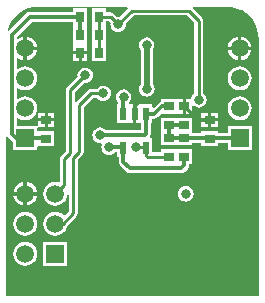
<source format=gbl>
G04*
G04 #@! TF.GenerationSoftware,Altium Limited,Altium Designer,21.0.8 (223)*
G04*
G04 Layer_Physical_Order=2*
G04 Layer_Color=16711680*
%FSLAX25Y25*%
%MOIN*%
G70*
G04*
G04 #@! TF.SameCoordinates,D91FEFE4-16E7-4BF4-AD38-342E90C75360*
G04*
G04*
G04 #@! TF.FilePolarity,Positive*
G04*
G01*
G75*
%ADD11C,0.00984*%
%ADD12C,0.01000*%
%ADD16C,0.01181*%
%ADD21R,0.03543X0.02756*%
%ADD22R,0.02756X0.03543*%
%ADD34C,0.01968*%
%ADD36C,0.05906*%
%ADD37R,0.05906X0.05906*%
%ADD38C,0.03150*%
%ADD39R,0.02362X0.04331*%
G36*
X11811Y-1220D02*
X41421D01*
X41628Y-1720D01*
X38894Y-4455D01*
X38500Y-4403D01*
X38106Y-4455D01*
X37076Y-3424D01*
X36582Y-3094D01*
X36000Y-2979D01*
X34488D01*
Y-1728D01*
X29732D01*
Y-7272D01*
X29732D01*
Y-7728D01*
X29732D01*
Y-13272D01*
X29732D01*
X29732Y-13728D01*
X29732D01*
Y-19272D01*
X34488D01*
Y-13728D01*
X34488D01*
X34488Y-13272D01*
X34488D01*
Y-7728D01*
X34488D01*
Y-7272D01*
X34488D01*
Y-6021D01*
X35370D01*
X35955Y-6606D01*
X35903Y-7000D01*
X35991Y-7672D01*
X36251Y-8298D01*
X36664Y-8836D01*
X37201Y-9249D01*
X37828Y-9509D01*
X38500Y-9597D01*
X39172Y-9509D01*
X39799Y-9249D01*
X40336Y-8836D01*
X40749Y-8298D01*
X41008Y-7672D01*
X41097Y-7000D01*
X41045Y-6606D01*
X43630Y-4021D01*
X61370D01*
X63884Y-6536D01*
Y-30079D01*
X63569Y-30321D01*
X63156Y-30859D01*
X62897Y-31485D01*
X62828Y-32012D01*
X61000D01*
Y-34390D01*
Y-36768D01*
X63272D01*
Y-34396D01*
X63772Y-34149D01*
X64107Y-34407D01*
X64733Y-34666D01*
X65405Y-34754D01*
X66078Y-34666D01*
X66704Y-34407D01*
X67242Y-33994D01*
X67655Y-33456D01*
X67914Y-32830D01*
X68002Y-32157D01*
X67914Y-31485D01*
X67655Y-30859D01*
X67242Y-30321D01*
X66927Y-30079D01*
Y-5906D01*
X66927Y-5906D01*
X66811Y-5323D01*
X66481Y-4830D01*
X63372Y-1720D01*
X63579Y-1220D01*
X74605D01*
X74803Y-1260D01*
Y-1260D01*
X74809Y-1254D01*
X76461Y-1384D01*
X78078Y-1772D01*
X79614Y-2409D01*
X81032Y-3277D01*
X82296Y-4357D01*
X83376Y-5622D01*
X84245Y-7040D01*
X84881Y-8576D01*
X85269Y-10193D01*
X85398Y-11828D01*
X85394Y-11850D01*
Y-97500D01*
X1220D01*
Y-44599D01*
X1720Y-44448D01*
X1853Y-44647D01*
X3353Y-46147D01*
X3547Y-46276D01*
Y-48953D01*
X11453D01*
Y-47874D01*
X11728Y-47488D01*
X17272D01*
Y-42732D01*
X11728D01*
X11453Y-42346D01*
Y-41654D01*
X11728Y-41268D01*
X11910Y-41268D01*
X14000D01*
Y-39390D01*
X11728D01*
Y-40661D01*
X11453Y-41047D01*
X11271Y-41047D01*
X4622D01*
Y-38404D01*
X5122Y-38157D01*
X5507Y-38453D01*
X6468Y-38851D01*
X7500Y-38987D01*
X8532Y-38851D01*
X9493Y-38453D01*
X10319Y-37819D01*
X10953Y-36993D01*
X11351Y-36032D01*
X11487Y-35000D01*
X11351Y-33968D01*
X10953Y-33007D01*
X10319Y-32181D01*
X9493Y-31547D01*
X8532Y-31149D01*
X7500Y-31013D01*
X6468Y-31149D01*
X5507Y-31547D01*
X5122Y-31843D01*
X4622Y-31596D01*
Y-28404D01*
X5122Y-28157D01*
X5507Y-28453D01*
X6468Y-28851D01*
X7500Y-28987D01*
X8532Y-28851D01*
X9493Y-28453D01*
X10319Y-27819D01*
X10953Y-26993D01*
X11351Y-26032D01*
X11487Y-25000D01*
X11351Y-23968D01*
X10953Y-23007D01*
X10319Y-22181D01*
X9493Y-21547D01*
X8532Y-21149D01*
X7500Y-21013D01*
X6468Y-21149D01*
X5507Y-21547D01*
X5122Y-21843D01*
X4622Y-21596D01*
Y-18404D01*
X5122Y-18157D01*
X5507Y-18453D01*
X6468Y-18851D01*
X6909Y-18909D01*
Y-15000D01*
X7500D01*
D01*
X6909D01*
Y-11091D01*
X6468Y-11149D01*
X5507Y-11547D01*
X5122Y-11843D01*
X4705Y-11637D01*
X4658Y-11135D01*
X9672Y-6122D01*
X23512D01*
Y-7272D01*
X23512D01*
Y-7728D01*
X23512D01*
Y-13228D01*
X23512Y-13272D01*
X23512Y-13728D01*
X23512Y-13772D01*
Y-16000D01*
X28268D01*
Y-13772D01*
X28268Y-13728D01*
X28268Y-13272D01*
X28268Y-13228D01*
Y-7728D01*
X28268D01*
Y-7272D01*
X28268D01*
Y-1728D01*
X23512D01*
Y-2878D01*
X9000D01*
X8379Y-3002D01*
X7853Y-3353D01*
X2113Y-9093D01*
X1660Y-8839D01*
X1733Y-8536D01*
X2369Y-7000D01*
X3238Y-5582D01*
X4318Y-4318D01*
X5582Y-3238D01*
X7000Y-2369D01*
X8536Y-1733D01*
X10153Y-1345D01*
X11789Y-1216D01*
X11811Y-1220D01*
D02*
G37*
%LPC*%
G36*
X79590Y-11091D02*
Y-14410D01*
X82909D01*
X82851Y-13968D01*
X82453Y-13007D01*
X81819Y-12181D01*
X80993Y-11547D01*
X80032Y-11149D01*
X79590Y-11091D01*
D02*
G37*
G36*
X8091D02*
Y-14410D01*
X11409D01*
X11351Y-13968D01*
X10953Y-13007D01*
X10319Y-12181D01*
X9493Y-11547D01*
X8532Y-11149D01*
X8091Y-11091D01*
D02*
G37*
G36*
X78409D02*
X77968Y-11149D01*
X77007Y-11547D01*
X76181Y-12181D01*
X75547Y-13007D01*
X75149Y-13968D01*
X75091Y-14410D01*
X78409D01*
Y-11091D01*
D02*
G37*
G36*
X82909Y-15590D02*
X79590D01*
Y-18909D01*
X80032Y-18851D01*
X80993Y-18453D01*
X81819Y-17819D01*
X82453Y-16993D01*
X82851Y-16032D01*
X82909Y-15590D01*
D02*
G37*
G36*
X11409D02*
X8091D01*
Y-18909D01*
X8532Y-18851D01*
X9493Y-18453D01*
X10319Y-17819D01*
X10953Y-16993D01*
X11351Y-16032D01*
X11409Y-15590D01*
D02*
G37*
G36*
X78409D02*
X75091D01*
X75149Y-16032D01*
X75547Y-16993D01*
X76181Y-17819D01*
X77007Y-18453D01*
X77968Y-18851D01*
X78409Y-18909D01*
Y-15590D01*
D02*
G37*
G36*
X28268Y-17000D02*
X26390D01*
Y-19272D01*
X28268D01*
Y-17000D01*
D02*
G37*
G36*
X25390D02*
X23512D01*
Y-19272D01*
X25390D01*
Y-17000D01*
D02*
G37*
G36*
X27531Y-21434D02*
X26859Y-21523D01*
X26233Y-21782D01*
X25695Y-22195D01*
X25282Y-22733D01*
X25023Y-23359D01*
X24935Y-24032D01*
X24985Y-24415D01*
X21419Y-27982D01*
X21087Y-28478D01*
X20971Y-29063D01*
Y-49367D01*
X19419Y-50919D01*
X19087Y-51415D01*
X18971Y-52000D01*
Y-59381D01*
X18660Y-59588D01*
X18471Y-59641D01*
X17500Y-59513D01*
X16468Y-59649D01*
X15507Y-60047D01*
X14681Y-60681D01*
X14047Y-61507D01*
X13649Y-62468D01*
X13513Y-63500D01*
X13649Y-64532D01*
X14047Y-65493D01*
X14681Y-66319D01*
X15507Y-66953D01*
X16468Y-67351D01*
X17500Y-67487D01*
X18532Y-67351D01*
X19493Y-66953D01*
X20319Y-66319D01*
X20953Y-65493D01*
X21351Y-64532D01*
X21426Y-63964D01*
X21692Y-63836D01*
X21949Y-63818D01*
X21971Y-63845D01*
Y-69367D01*
X20636Y-70702D01*
X20319Y-70681D01*
X19493Y-70047D01*
X18532Y-69649D01*
X17500Y-69513D01*
X16468Y-69649D01*
X15507Y-70047D01*
X14681Y-70681D01*
X14047Y-71507D01*
X13649Y-72468D01*
X13513Y-73500D01*
X13649Y-74532D01*
X14047Y-75493D01*
X14681Y-76319D01*
X15507Y-76953D01*
X16468Y-77351D01*
X17500Y-77487D01*
X18532Y-77351D01*
X19493Y-76953D01*
X20319Y-76319D01*
X20953Y-75493D01*
X21351Y-74532D01*
X21384Y-74278D01*
X24581Y-71081D01*
X24913Y-70585D01*
X25029Y-70000D01*
Y-52134D01*
X26581Y-50581D01*
X26913Y-50085D01*
X27029Y-49500D01*
Y-34633D01*
X30102Y-31561D01*
X31460D01*
X31695Y-31868D01*
X32233Y-32281D01*
X32859Y-32540D01*
X33531Y-32629D01*
X34204Y-32540D01*
X34830Y-32281D01*
X35368Y-31868D01*
X35781Y-31330D01*
X36040Y-30704D01*
X36129Y-30031D01*
X36040Y-29359D01*
X35781Y-28733D01*
X35368Y-28195D01*
X34830Y-27782D01*
X34204Y-27523D01*
X33531Y-27435D01*
X32859Y-27523D01*
X32233Y-27782D01*
X31695Y-28195D01*
X31460Y-28502D01*
X29469D01*
X28883Y-28618D01*
X28387Y-28950D01*
X24529Y-32808D01*
X24092Y-32671D01*
X24029Y-32623D01*
Y-29697D01*
X27148Y-26578D01*
X27531Y-26629D01*
X28204Y-26540D01*
X28830Y-26281D01*
X29368Y-25868D01*
X29781Y-25330D01*
X30040Y-24704D01*
X30128Y-24032D01*
X30040Y-23359D01*
X29781Y-22733D01*
X29368Y-22195D01*
X28830Y-21782D01*
X28204Y-21523D01*
X27531Y-21434D01*
D02*
G37*
G36*
X79000Y-21013D02*
X77968Y-21149D01*
X77007Y-21547D01*
X76181Y-22181D01*
X75547Y-23007D01*
X75149Y-23968D01*
X75013Y-25000D01*
X75149Y-26032D01*
X75547Y-26993D01*
X76181Y-27819D01*
X77007Y-28453D01*
X77968Y-28851D01*
X79000Y-28987D01*
X80032Y-28851D01*
X80993Y-28453D01*
X81819Y-27819D01*
X82453Y-26993D01*
X82851Y-26032D01*
X82987Y-25000D01*
X82851Y-23968D01*
X82453Y-23007D01*
X81819Y-22181D01*
X80993Y-21547D01*
X80032Y-21149D01*
X79000Y-21013D01*
D02*
G37*
G36*
X48000Y-11403D02*
X47328Y-11491D01*
X46701Y-11751D01*
X46164Y-12164D01*
X45751Y-12701D01*
X45491Y-13328D01*
X45403Y-14000D01*
X45491Y-14672D01*
X45751Y-15299D01*
X45977Y-15593D01*
Y-26948D01*
X45782Y-27202D01*
X45523Y-27828D01*
X45434Y-28500D01*
X45523Y-29172D01*
X45782Y-29798D01*
X46195Y-30336D01*
X46733Y-30749D01*
X47359Y-31008D01*
X48031Y-31097D01*
X48704Y-31008D01*
X49330Y-30749D01*
X49868Y-30336D01*
X50281Y-29798D01*
X50540Y-29172D01*
X50629Y-28500D01*
X50540Y-27828D01*
X50281Y-27202D01*
X50023Y-26866D01*
Y-15593D01*
X50249Y-15299D01*
X50508Y-14672D01*
X50597Y-14000D01*
X50508Y-13328D01*
X50249Y-12701D01*
X49836Y-12164D01*
X49299Y-11751D01*
X48672Y-11491D01*
X48000Y-11403D01*
D02*
G37*
G36*
X60000Y-32012D02*
X52728D01*
Y-32844D01*
X52490Y-32891D01*
X51964Y-33243D01*
X50421Y-34785D01*
X49921Y-34578D01*
Y-33724D01*
X44500D01*
Y-36890D01*
Y-40055D01*
X46118D01*
Y-42378D01*
X34501D01*
X34336Y-42164D01*
X33799Y-41751D01*
X33172Y-41491D01*
X32500Y-41403D01*
X31828Y-41491D01*
X31201Y-41751D01*
X30664Y-42164D01*
X30251Y-42702D01*
X29991Y-43328D01*
X29903Y-44000D01*
X29991Y-44672D01*
X30251Y-45298D01*
X30664Y-45836D01*
X31201Y-46249D01*
X31828Y-46508D01*
X32500Y-46597D01*
X32768Y-46562D01*
X33119Y-47020D01*
X32991Y-47328D01*
X32903Y-48000D01*
X32991Y-48672D01*
X33251Y-49299D01*
X33664Y-49836D01*
X34201Y-50249D01*
X34828Y-50508D01*
X35500Y-50597D01*
X36172Y-50508D01*
X36799Y-50249D01*
X37336Y-49836D01*
X37501Y-49622D01*
X38079D01*
Y-51276D01*
X38638D01*
Y-52760D01*
X38762Y-53380D01*
X39113Y-53907D01*
X41353Y-56147D01*
X41879Y-56498D01*
X42500Y-56622D01*
X59500D01*
X60121Y-56498D01*
X60647Y-56147D01*
X61647Y-55147D01*
X61998Y-54621D01*
X62122Y-54000D01*
Y-53488D01*
X63272D01*
Y-48732D01*
X52728D01*
Y-49589D01*
X49921D01*
Y-44945D01*
X49450D01*
X49182Y-44445D01*
X49238Y-44361D01*
X49362Y-43740D01*
Y-40055D01*
X49921D01*
Y-38511D01*
X50610D01*
X51231Y-38388D01*
X51757Y-38037D01*
X53026Y-36768D01*
X60000D01*
Y-34390D01*
Y-32012D01*
D02*
G37*
G36*
X71772Y-36512D02*
X69500D01*
Y-38390D01*
X71772D01*
Y-36512D01*
D02*
G37*
G36*
X17272D02*
X15000D01*
Y-38390D01*
X17272D01*
Y-36512D01*
D02*
G37*
G36*
X68500D02*
X66228D01*
Y-38390D01*
X68500D01*
Y-36512D01*
D02*
G37*
G36*
X14000D02*
X11728D01*
Y-38390D01*
X14000D01*
Y-36512D01*
D02*
G37*
G36*
X79000Y-31013D02*
X77968Y-31149D01*
X77007Y-31547D01*
X76181Y-32181D01*
X75547Y-33007D01*
X75149Y-33968D01*
X75013Y-35000D01*
X75149Y-36032D01*
X75547Y-36993D01*
X76181Y-37819D01*
X77007Y-38453D01*
X77968Y-38851D01*
X79000Y-38987D01*
X80032Y-38851D01*
X80993Y-38453D01*
X81819Y-37819D01*
X82453Y-36993D01*
X82851Y-36032D01*
X82987Y-35000D01*
X82851Y-33968D01*
X82453Y-33007D01*
X81819Y-32181D01*
X80993Y-31547D01*
X80032Y-31149D01*
X79000Y-31013D01*
D02*
G37*
G36*
X40291Y-28694D02*
X39619Y-28783D01*
X38993Y-29042D01*
X38455Y-29455D01*
X38042Y-29993D01*
X37783Y-30619D01*
X37694Y-31291D01*
X37783Y-31964D01*
X38042Y-32590D01*
X38455Y-33128D01*
X38581Y-33224D01*
X38556Y-33724D01*
X38079D01*
Y-40055D01*
X43500D01*
Y-36890D01*
Y-33724D01*
X42144D01*
X42002Y-33224D01*
X42128Y-33128D01*
X42540Y-32590D01*
X42800Y-31964D01*
X42888Y-31291D01*
X42800Y-30619D01*
X42540Y-29993D01*
X42128Y-29455D01*
X41590Y-29042D01*
X40964Y-28783D01*
X40291Y-28694D01*
D02*
G37*
G36*
X71772Y-39390D02*
X69500D01*
Y-41268D01*
X71772D01*
Y-39390D01*
D02*
G37*
G36*
X68500D02*
X66228D01*
Y-41268D01*
X68500D01*
Y-39390D01*
D02*
G37*
G36*
X17272D02*
X15000D01*
Y-41268D01*
X17272D01*
Y-39390D01*
D02*
G37*
G36*
X63272Y-38232D02*
X52728D01*
Y-42988D01*
Y-47268D01*
X63272D01*
Y-46622D01*
X66228D01*
Y-47488D01*
X71772D01*
Y-46622D01*
X75047D01*
Y-48953D01*
X82953D01*
Y-41047D01*
X75047D01*
Y-43378D01*
X71772D01*
Y-42732D01*
X66228D01*
Y-43378D01*
X63272D01*
Y-42988D01*
Y-38232D01*
D02*
G37*
G36*
X8091Y-59591D02*
Y-62910D01*
X11409D01*
X11351Y-62468D01*
X10953Y-61507D01*
X10319Y-60681D01*
X9493Y-60047D01*
X8532Y-59649D01*
X8091Y-59591D01*
D02*
G37*
G36*
X6909D02*
X6468Y-59649D01*
X5507Y-60047D01*
X4681Y-60681D01*
X4047Y-61507D01*
X3649Y-62468D01*
X3591Y-62910D01*
X6909D01*
Y-59591D01*
D02*
G37*
G36*
X61032Y-60935D02*
X60359Y-61023D01*
X59733Y-61282D01*
X59195Y-61695D01*
X58782Y-62233D01*
X58523Y-62859D01*
X58434Y-63532D01*
X58523Y-64204D01*
X58782Y-64830D01*
X59195Y-65368D01*
X59733Y-65781D01*
X60359Y-66040D01*
X61032Y-66128D01*
X61704Y-66040D01*
X62330Y-65781D01*
X62868Y-65368D01*
X63281Y-64830D01*
X63540Y-64204D01*
X63629Y-63532D01*
X63540Y-62859D01*
X63281Y-62233D01*
X62868Y-61695D01*
X62330Y-61282D01*
X61704Y-61023D01*
X61032Y-60935D01*
D02*
G37*
G36*
X11409Y-64091D02*
X8091D01*
Y-67409D01*
X8532Y-67351D01*
X9493Y-66953D01*
X10319Y-66319D01*
X10953Y-65493D01*
X11351Y-64532D01*
X11409Y-64091D01*
D02*
G37*
G36*
X6909D02*
X3591D01*
X3649Y-64532D01*
X4047Y-65493D01*
X4681Y-66319D01*
X5507Y-66953D01*
X6468Y-67351D01*
X6909Y-67409D01*
Y-64091D01*
D02*
G37*
G36*
X7500Y-69513D02*
X6468Y-69649D01*
X5507Y-70047D01*
X4681Y-70681D01*
X4047Y-71507D01*
X3649Y-72468D01*
X3513Y-73500D01*
X3649Y-74532D01*
X4047Y-75493D01*
X4681Y-76319D01*
X5507Y-76953D01*
X6468Y-77351D01*
X7500Y-77487D01*
X8532Y-77351D01*
X9493Y-76953D01*
X10319Y-76319D01*
X10953Y-75493D01*
X11351Y-74532D01*
X11487Y-73500D01*
X11351Y-72468D01*
X10953Y-71507D01*
X10319Y-70681D01*
X9493Y-70047D01*
X8532Y-69649D01*
X7500Y-69513D01*
D02*
G37*
G36*
X21453Y-79547D02*
X13547D01*
Y-87453D01*
X21453D01*
Y-79547D01*
D02*
G37*
G36*
X7500Y-79513D02*
X6468Y-79649D01*
X5507Y-80047D01*
X4681Y-80681D01*
X4047Y-81507D01*
X3649Y-82468D01*
X3513Y-83500D01*
X3649Y-84532D01*
X4047Y-85493D01*
X4681Y-86319D01*
X5507Y-86953D01*
X6468Y-87351D01*
X7500Y-87487D01*
X8532Y-87351D01*
X9493Y-86953D01*
X10319Y-86319D01*
X10953Y-85493D01*
X11351Y-84532D01*
X11487Y-83500D01*
X11351Y-82468D01*
X10953Y-81507D01*
X10319Y-80681D01*
X9493Y-80047D01*
X8532Y-79649D01*
X7500Y-79513D01*
D02*
G37*
%LPD*%
D11*
X32110Y-14500D02*
X32110Y-14500D01*
X32110Y-14500D02*
Y-10500D01*
X65405Y-32157D02*
Y-5906D01*
X62000Y-2500D02*
X65405Y-5906D01*
X43000Y-2500D02*
X62000D01*
X38500Y-7000D02*
X43000Y-2500D01*
X36000Y-4500D02*
X38500Y-7000D01*
X32110Y-4500D02*
X36000D01*
X32110Y-10500D02*
Y-4500D01*
X48110Y-51110D02*
X55500D01*
X47740Y-50740D02*
X48110Y-51110D01*
X47740Y-50740D02*
Y-48110D01*
X47630Y-48000D02*
X47740Y-48110D01*
X44500Y-48000D02*
X47630D01*
D12*
X22500Y-50000D02*
Y-29063D01*
X20500Y-52000D02*
X22500Y-50000D01*
X20500Y-60500D02*
Y-52000D01*
X17500Y-63500D02*
X20500Y-60500D01*
X23500Y-70000D02*
Y-51500D01*
X20000Y-73500D02*
X23500Y-70000D01*
X17500Y-73500D02*
X20000D01*
X22500Y-29063D02*
X27531Y-24032D01*
X23500Y-51500D02*
X25500Y-49500D01*
Y-34000D01*
X29469Y-30031D01*
X33531D01*
X65000Y-38890D02*
X69000D01*
X60500Y-34390D02*
X65000Y-38890D01*
X57468Y-25032D02*
X60031D01*
X50500Y-32000D02*
X57468Y-25032D01*
X46000Y-32000D02*
X50500D01*
X44000Y-34000D02*
X46000Y-32000D01*
X44000Y-36890D02*
Y-34000D01*
X60031Y-25032D02*
X60500Y-25500D01*
Y-34390D02*
Y-25500D01*
D16*
X40260Y-36890D02*
Y-31260D01*
X60610Y-45000D02*
X79000D01*
X4500D02*
X7500D01*
X3000Y-43500D02*
X4500Y-45000D01*
X3000Y-43500D02*
Y-10500D01*
X9000Y-4500D01*
X25890D01*
X14390Y-45000D02*
X14500Y-45110D01*
X7500Y-45000D02*
X14390D01*
X55500Y-40610D02*
X60500D01*
X25890Y-9500D02*
Y-4500D01*
X60500Y-44890D02*
X60610Y-45000D01*
X60500Y-54000D02*
Y-51110D01*
X59500Y-55000D02*
X60500Y-54000D01*
X42500Y-55000D02*
X59500D01*
X40260Y-52760D02*
X42500Y-55000D01*
X40260Y-52760D02*
Y-48110D01*
X55500Y-44890D02*
X60500D01*
X55500D02*
Y-40610D01*
X47740Y-36890D02*
X50610D01*
X53110Y-34390D01*
X55500D01*
X32500Y-44000D02*
X47480D01*
X47740Y-43740D01*
Y-36890D01*
X40150Y-48000D02*
X40260Y-48110D01*
X35500Y-48000D02*
X40150D01*
D21*
X69000Y-38890D02*
D03*
Y-45110D02*
D03*
X14500Y-38890D02*
D03*
Y-45110D02*
D03*
X60500Y-44890D02*
D03*
Y-51110D02*
D03*
X55500Y-40610D02*
D03*
Y-34390D02*
D03*
X60500Y-40610D02*
D03*
Y-34390D02*
D03*
X55500Y-44890D02*
D03*
Y-51110D02*
D03*
D22*
X25890Y-10500D02*
D03*
X32110D02*
D03*
Y-4500D02*
D03*
X25890D02*
D03*
X32110Y-16500D02*
D03*
X25890D02*
D03*
D34*
X48000Y-28468D02*
X48031Y-28500D01*
X48000Y-28468D02*
Y-14000D01*
D36*
X7500Y-63500D02*
D03*
X17500D02*
D03*
X7500Y-73500D02*
D03*
X17500D02*
D03*
X7500Y-83500D02*
D03*
Y-35000D02*
D03*
Y-25000D02*
D03*
Y-15000D02*
D03*
X79000Y-35000D02*
D03*
Y-25000D02*
D03*
Y-15000D02*
D03*
D37*
X17500Y-83500D02*
D03*
X7500Y-45000D02*
D03*
X79000D02*
D03*
D38*
X38500Y-7000D02*
D03*
X48500D02*
D03*
X18500Y-34000D02*
D03*
X57500Y-70500D02*
D03*
X74803Y-93500D02*
D03*
X11811D02*
D03*
X28532Y-74032D02*
D03*
X61032Y-63532D02*
D03*
X33531Y-30031D02*
D03*
X27531Y-24032D02*
D03*
X65405Y-32157D02*
D03*
X60031Y-25032D02*
D03*
X26705Y-53858D02*
D03*
X40291Y-31291D02*
D03*
X48000Y-14000D02*
D03*
X48031Y-28500D02*
D03*
X32500Y-44000D02*
D03*
X44500Y-48000D02*
D03*
X35500D02*
D03*
D39*
X40260Y-36890D02*
D03*
X44000D02*
D03*
X47740D02*
D03*
Y-48110D02*
D03*
X40260D02*
D03*
M02*

</source>
